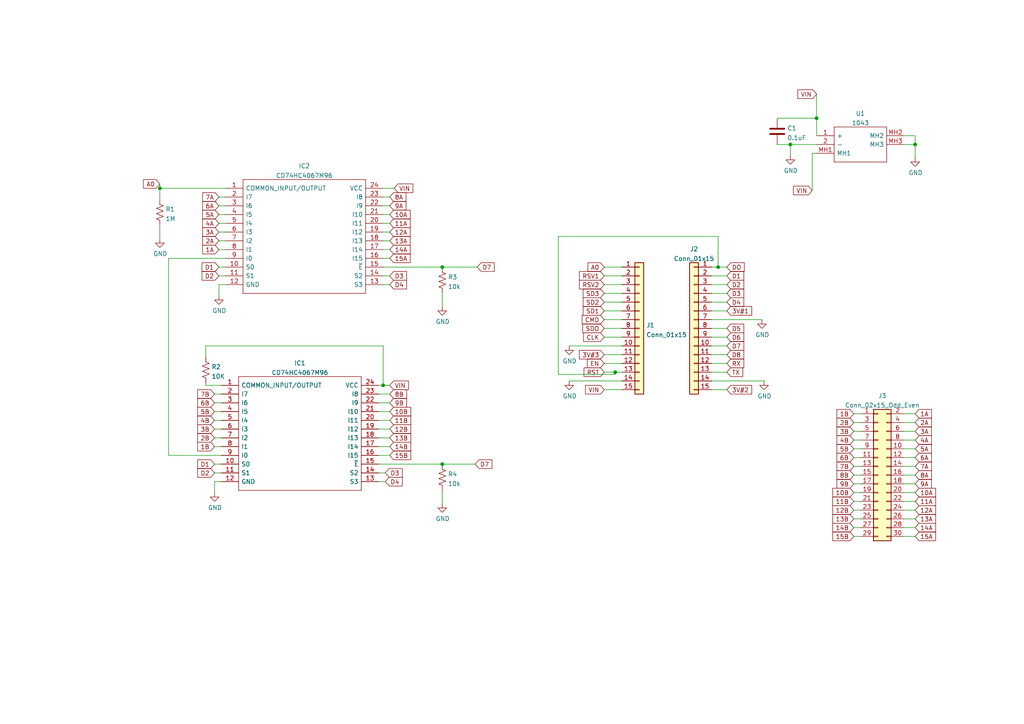
<source format=kicad_sch>
(kicad_sch (version 20211123) (generator eeschema)
  (paper "A4")
  (lib_symbols
    (symbol "Connector_Generic:Conn_01x15" (pin_names (offset 1.016) hide)
      (property "Reference" "J" (at 0 20.32 0))
      (property "Value" "Conn_01x15" (at 0 -20.32 0))
      (symbol "Conn_01x15_1_1"
        (rectangle (start -1.27 -17.653) (end 0 -17.907) (stroke (width 0.1524)))
        (rectangle (start -1.27 -15.113) (end 0 -15.367) (stroke (width 0.1524)))
        (rectangle (start -1.27 -12.573) (end 0 -12.827) (stroke (width 0.1524)))
        (rectangle (start -1.27 -10.033) (end 0 -10.287) (stroke (width 0.1524)))
        (rectangle (start -1.27 -7.493) (end 0 -7.747) (stroke (width 0.1524)))
        (rectangle (start -1.27 -4.953) (end 0 -5.207) (stroke (width 0.1524)))
        (rectangle (start -1.27 -2.413) (end 0 -2.667) (stroke (width 0.1524)))
        (rectangle (start -1.27 0.127) (end 0 -0.127) (stroke (width 0.1524)))
        (rectangle (start -1.27 2.667) (end 0 2.413) (stroke (width 0.1524)))
        (rectangle (start -1.27 5.207) (end 0 4.953) (stroke (width 0.1524)))
        (rectangle (start -1.27 7.747) (end 0 7.493) (stroke (width 0.1524)))
        (rectangle (start -1.27 10.287) (end 0 10.033) (stroke (width 0.1524)))
        (rectangle (start -1.27 12.827) (end 0 12.573) (stroke (width 0.1524)))
        (rectangle (start -1.27 15.367) (end 0 15.113) (stroke (width 0.1524)))
        (rectangle (start -1.27 17.907) (end 0 17.653) (stroke (width 0.1524)))
        (rectangle (start -1.27 19.05) (end 1.27 -19.05) (stroke (width 0.254)) (fill (type background)))
        (pin passive line (at -5.08 17.78 0) (length 3.81) (name "Pin_1") (number "1"))
        (pin passive line (at -5.08 -5.08 0) (length 3.81) (name "Pin_10") (number "10"))
        (pin passive line (at -5.08 -7.62 0) (length 3.81) (name "Pin_11") (number "11"))
        (pin passive line (at -5.08 -10.16 0) (length 3.81) (name "Pin_12") (number "12"))
        (pin passive line (at -5.08 -12.7 0) (length 3.81) (name "Pin_13") (number "13"))
        (pin passive line (at -5.08 -15.24 0) (length 3.81) (name "Pin_14") (number "14"))
        (pin passive line (at -5.08 -17.78 0) (length 3.81) (name "Pin_15") (number "15"))
        (pin passive line (at -5.08 15.24 0) (length 3.81) (name "Pin_2") (number "2"))
        (pin passive line (at -5.08 12.7 0) (length 3.81) (name "Pin_3") (number "3"))
        (pin passive line (at -5.08 10.16 0) (length 3.81) (name "Pin_4") (number "4"))
        (pin passive line (at -5.08 7.62 0) (length 3.81) (name "Pin_5") (number "5"))
        (pin passive line (at -5.08 5.08 0) (length 3.81) (name "Pin_6") (number "6"))
        (pin passive line (at -5.08 2.54 0) (length 3.81) (name "Pin_7") (number "7"))
        (pin passive line (at -5.08 0 0) (length 3.81) (name "Pin_8") (number "8"))
        (pin passive line (at -5.08 -2.54 0) (length 3.81) (name "Pin_9") (number "9"))
      )
    )
    (symbol "Connector_Generic:Conn_02x15_Odd_Even" (pin_names (offset 1.016) hide)
      (property "Reference" "J" (at 1.27 20.32 0))
      (property "Value" "Conn_02x15_Odd_Even" (at 1.27 -20.32 0))
      (symbol "Conn_02x15_Odd_Even_1_1"
        (rectangle (start -1.27 -17.653) (end 0 -17.907) (stroke (width 0.1524)))
        (rectangle (start -1.27 -15.113) (end 0 -15.367) (stroke (width 0.1524)))
        (rectangle (start -1.27 -12.573) (end 0 -12.827) (stroke (width 0.1524)))
        (rectangle (start -1.27 -10.033) (end 0 -10.287) (stroke (width 0.1524)))
        (rectangle (start -1.27 -7.493) (end 0 -7.747) (stroke (width 0.1524)))
        (rectangle (start -1.27 -4.953) (end 0 -5.207) (stroke (width 0.1524)))
        (rectangle (start -1.27 -2.413) (end 0 -2.667) (stroke (width 0.1524)))
        (rectangle (start -1.27 0.127) (end 0 -0.127) (stroke (width 0.1524)))
        (rectangle (start -1.27 2.667) (end 0 2.413) (stroke (width 0.1524)))
        (rectangle (start -1.27 5.207) (end 0 4.953) (stroke (width 0.1524)))
        (rectangle (start -1.27 7.747) (end 0 7.493) (stroke (width 0.1524)))
        (rectangle (start -1.27 10.287) (end 0 10.033) (stroke (width 0.1524)))
        (rectangle (start -1.27 12.827) (end 0 12.573) (stroke (width 0.1524)))
        (rectangle (start -1.27 15.367) (end 0 15.113) (stroke (width 0.1524)))
        (rectangle (start -1.27 17.907) (end 0 17.653) (stroke (width 0.1524)))
        (rectangle (start -1.27 19.05) (end 3.81 -19.05) (stroke (width 0.254)) (fill (type background)))
        (rectangle (start 3.81 -17.653) (end 2.54 -17.907) (stroke (width 0.1524)))
        (rectangle (start 3.81 -15.113) (end 2.54 -15.367) (stroke (width 0.1524)))
        (rectangle (start 3.81 -12.573) (end 2.54 -12.827) (stroke (width 0.1524)))
        (rectangle (start 3.81 -10.033) (end 2.54 -10.287) (stroke (width 0.1524)))
        (rectangle (start 3.81 -7.493) (end 2.54 -7.747) (stroke (width 0.1524)))
        (rectangle (start 3.81 -4.953) (end 2.54 -5.207) (stroke (width 0.1524)))
        (rectangle (start 3.81 -2.413) (end 2.54 -2.667) (stroke (width 0.1524)))
        (rectangle (start 3.81 0.127) (end 2.54 -0.127) (stroke (width 0.1524)))
        (rectangle (start 3.81 2.667) (end 2.54 2.413) (stroke (width 0.1524)))
        (rectangle (start 3.81 5.207) (end 2.54 4.953) (stroke (width 0.1524)))
        (rectangle (start 3.81 7.747) (end 2.54 7.493) (stroke (width 0.1524)))
        (rectangle (start 3.81 10.287) (end 2.54 10.033) (stroke (width 0.1524)))
        (rectangle (start 3.81 12.827) (end 2.54 12.573) (stroke (width 0.1524)))
        (rectangle (start 3.81 15.367) (end 2.54 15.113) (stroke (width 0.1524)))
        (rectangle (start 3.81 17.907) (end 2.54 17.653) (stroke (width 0.1524)))
        (pin passive line (at -5.08 17.78 0) (length 3.81) (name "Pin_1") (number "1"))
        (pin passive line (at 7.62 7.62 180) (length 3.81) (name "Pin_10") (number "10"))
        (pin passive line (at -5.08 5.08 0) (length 3.81) (name "Pin_11") (number "11"))
        (pin passive line (at 7.62 5.08 180) (length 3.81) (name "Pin_12") (number "12"))
        (pin passive line (at -5.08 2.54 0) (length 3.81) (name "Pin_13") (number "13"))
        (pin passive line (at 7.62 2.54 180) (length 3.81) (name "Pin_14") (number "14"))
        (pin passive line (at -5.08 0 0) (length 3.81) (name "Pin_15") (number "15"))
        (pin passive line (at 7.62 0 180) (length 3.81) (name "Pin_16") (number "16"))
        (pin passive line (at -5.08 -2.54 0) (length 3.81) (name "Pin_17") (number "17"))
        (pin passive line (at 7.62 -2.54 180) (length 3.81) (name "Pin_18") (number "18"))
        (pin passive line (at -5.08 -5.08 0) (length 3.81) (name "Pin_19") (number "19"))
        (pin passive line (at 7.62 17.78 180) (length 3.81) (name "Pin_2") (number "2"))
        (pin passive line (at 7.62 -5.08 180) (length 3.81) (name "Pin_20") (number "20"))
        (pin passive line (at -5.08 -7.62 0) (length 3.81) (name "Pin_21") (number "21"))
        (pin passive line (at 7.62 -7.62 180) (length 3.81) (name "Pin_22") (number "22"))
        (pin passive line (at -5.08 -10.16 0) (length 3.81) (name "Pin_23") (number "23"))
        (pin passive line (at 7.62 -10.16 180) (length 3.81) (name "Pin_24") (number "24"))
        (pin passive line (at -5.08 -12.7 0) (length 3.81) (name "Pin_25") (number "25"))
        (pin passive line (at 7.62 -12.7 180) (length 3.81) (name "Pin_26") (number "26"))
        (pin passive line (at -5.08 -15.24 0) (length 3.81) (name "Pin_27") (number "27"))
        (pin passive line (at 7.62 -15.24 180) (length 3.81) (name "Pin_28") (number "28"))
        (pin passive line (at -5.08 -17.78 0) (length 3.81) (name "Pin_29") (number "29"))
        (pin passive line (at -5.08 15.24 0) (length 3.81) (name "Pin_3") (number "3"))
        (pin passive line (at 7.62 -17.78 180) (length 3.81) (name "Pin_30") (number "30"))
        (pin passive line (at 7.62 15.24 180) (length 3.81) (name "Pin_4") (number "4"))
        (pin passive line (at -5.08 12.7 0) (length 3.81) (name "Pin_5") (number "5"))
        (pin passive line (at 7.62 12.7 180) (length 3.81) (name "Pin_6") (number "6"))
        (pin passive line (at -5.08 10.16 0) (length 3.81) (name "Pin_7") (number "7"))
        (pin passive line (at 7.62 10.16 180) (length 3.81) (name "Pin_8") (number "8"))
        (pin passive line (at -5.08 7.62 0) (length 3.81) (name "Pin_9") (number "9"))
      )
    )
    (symbol "Device:C" (pin_numbers hide) (pin_names (offset 0.254))
      (property "Reference" "C" (at 0.635 2.54 0))
      (property "Value" "C" (at 0.635 -2.54 0))
      (symbol "C_0_1"
        (polyline (pts (xy -2.032 -0.762) (xy 2.032 -0.762)) (stroke (width 0.508)))
        (polyline (pts (xy -2.032 0.762) (xy 2.032 0.762)) (stroke (width 0.508)))
      )
      (symbol "C_1_1"
        (pin passive line (at 0 3.81 270) (length 2.794) (name "~") (number "1"))
        (pin passive line (at 0 -3.81 90) (length 2.794) (name "~") (number "2"))
      )
    )
    (symbol "Device:R_US" (pin_numbers hide) (pin_names (offset 0))
      (property "Reference" "R" (at 2.54 0 90))
      (property "Value" "R_US" (at -2.54 0 90))
      (symbol "R_US_0_1"
        (polyline (pts (xy 0 -2.286) (xy 0 -2.54)))
        (polyline (pts (xy 0 2.286) (xy 0 2.54)))
        (polyline (pts (xy 0 -0.762) (xy 1.016 -1.143) (xy 0 -1.524) (xy -1.016 -1.905) (xy 0 -2.286)))
        (polyline (pts (xy 0 0.762) (xy 1.016 0.381) (xy 0 0) (xy -1.016 -0.381) (xy 0 -0.762)))
        (polyline (pts (xy 0 2.286) (xy 1.016 1.905) (xy 0 1.524) (xy -1.016 1.143) (xy 0 0.762)))
      )
      (symbol "R_US_1_1"
        (pin passive line (at 0 3.81 270) (length 1.27) (name "~") (number "1"))
        (pin passive line (at 0 -3.81 90) (length 1.27) (name "~") (number "2"))
      )
    )
    (symbol "Samac_Sys:1043" (pin_names (offset 0.762))
      (property "Reference" "U" (at 21.59 7.62 0))
      (property "Value" "1043" (at 21.59 5.08 0))
      (symbol "1043_0_0"
        (pin passive line (at 0 0 0) (length 5.08) (name "+") (number "1"))
        (pin passive line (at 0 -2.54 0) (length 5.08) (name "-") (number "2"))
        (pin passive line (at 0 -5.08 0) (length 5.08) (name "MH1") (number "MH1"))
        (pin passive line (at 25.4 0 180) (length 5.08) (name "MH2") (number "MH2"))
        (pin passive line (at 25.4 -2.54 180) (length 5.08) (name "MH3") (number "MH3"))
      )
      (symbol "1043_0_1"
        (polyline (pts (xy 5.08 2.54) (xy 20.32 2.54) (xy 20.32 -7.62) (xy 5.08 -7.62) (xy 5.08 2.54)) (stroke (width 0.1524)))
      )
    )
    (symbol "Samac_Sys:CD74HC4067M96" (pin_names (offset 0.762))
      (property "Reference" "IC" (at 41.91 7.62 0))
      (property "Value" "CD74HC4067M96" (at 41.91 5.08 0))
      (symbol "CD74HC4067M96_0_0"
        (pin passive line (at 0 0 0) (length 5.08) (name "COMMON_INPUT/OUTPUT") (number "1"))
        (pin passive line (at 0 -22.86 0) (length 5.08) (name "S0") (number "10"))
        (pin passive line (at 0 -25.4 0) (length 5.08) (name "S1") (number "11"))
        (pin passive line (at 0 -27.94 0) (length 5.08) (name "GND") (number "12"))
        (pin passive line (at 45.72 -27.94 180) (length 5.08) (name "S3") (number "13"))
        (pin passive line (at 45.72 -25.4 180) (length 5.08) (name "S2") (number "14"))
        (pin passive line (at 45.72 -22.86 180) (length 5.08) (name "~{E}") (number "15"))
        (pin passive line (at 45.72 -20.32 180) (length 5.08) (name "I15") (number "16"))
        (pin passive line (at 45.72 -17.78 180) (length 5.08) (name "I14") (number "17"))
        (pin passive line (at 45.72 -15.24 180) (length 5.08) (name "I13") (number "18"))
        (pin passive line (at 45.72 -12.7 180) (length 5.08) (name "I12") (number "19"))
        (pin passive line (at 0 -2.54 0) (length 5.08) (name "I7") (number "2"))
        (pin passive line (at 45.72 -10.16 180) (length 5.08) (name "I11") (number "20"))
        (pin passive line (at 45.72 -7.62 180) (length 5.08) (name "I10") (number "21"))
        (pin passive line (at 45.72 -5.08 180) (length 5.08) (name "I9") (number "22"))
        (pin passive line (at 45.72 -2.54 180) (length 5.08) (name "I8") (number "23"))
        (pin passive line (at 45.72 0 180) (length 5.08) (name "VCC") (number "24"))
        (pin passive line (at 0 -5.08 0) (length 5.08) (name "I6") (number "3"))
        (pin passive line (at 0 -7.62 0) (length 5.08) (name "I5") (number "4"))
        (pin passive line (at 0 -10.16 0) (length 5.08) (name "I4") (number "5"))
        (pin passive line (at 0 -12.7 0) (length 5.08) (name "I3") (number "6"))
        (pin passive line (at 0 -15.24 0) (length 5.08) (name "I2") (number "7"))
        (pin passive line (at 0 -17.78 0) (length 5.08) (name "I1") (number "8"))
        (pin passive line (at 0 -20.32 0) (length 5.08) (name "I0") (number "9"))
      )
      (symbol "CD74HC4067M96_0_1"
        (polyline (pts (xy 5.08 2.54) (xy 40.64 2.54) (xy 40.64 -30.48) (xy 5.08 -30.48) (xy 5.08 2.54)) (stroke (width 0.1524)))
      )
    )
    (symbol "power:GND" (power) (pin_names (offset 0))
      (property "Value" "GND" (at 0 -3.81 0))
      (symbol "GND_0_1"
        (polyline (pts (xy 0 0) (xy 0 -1.27) (xy 1.27 -1.27) (xy 0 -2.54) (xy -1.27 -1.27) (xy 0 -1.27)))
      )
      (symbol "GND_1_1"
        (pin power_in line (at 0 0 270) (length 0) hide (name "GND") (number "1"))
      )
    )
  )
  (junction (at 178.435 107.95))
  (junction (at 236.855 34.29))
  (junction (at 128.27 134.62))
  (junction (at 265.43 41.91))
  (junction (at 128.27 77.47))
  (junction (at 229.235 41.91))
  (junction (at 111.125 111.76))
  (junction (at 46.355 54.61))
  (junction (at 208.28 77.47))
  (wire (pts (xy 247.65 147.955) (xy 249.555 147.955)))
  (wire (pts (xy 109.855 114.3) (xy 113.03 114.3)))
  (wire (pts (xy 109.855 127) (xy 113.03 127)))
  (wire (pts (xy 206.375 77.47) (xy 208.28 77.47)))
  (wire (pts (xy 62.23 134.62) (xy 64.135 134.62)))
  (wire (pts (xy 208.28 68.58) (xy 161.925 68.58)))
  (wire (pts (xy 63.5 57.15) (xy 65.405 57.15)))
  (wire (pts (xy 247.65 142.875) (xy 249.555 142.875)))
  (wire (pts (xy 262.255 125.095) (xy 265.43 125.095)))
  (wire (pts (xy 109.855 111.76) (xy 111.125 111.76)))
  (wire (pts (xy 247.65 127.635) (xy 249.555 127.635)))
  (wire (pts (xy 111.125 69.85) (xy 113.03 69.85)))
  (wire (pts (xy 48.895 132.08) (xy 48.895 74.93)))
  (wire (pts (xy 175.26 97.79) (xy 180.34 97.79)))
  (wire (pts (xy 178.435 108.585) (xy 178.435 107.95)))
  (wire (pts (xy 206.375 95.25) (xy 210.82 95.25)))
  (wire (pts (xy 206.375 87.63) (xy 210.82 87.63)))
  (wire (pts (xy 63.5 80.01) (xy 65.405 80.01)))
  (wire (pts (xy 111.125 72.39) (xy 113.03 72.39)))
  (wire (pts (xy 247.65 122.555) (xy 249.555 122.555)))
  (wire (pts (xy 262.255 122.555) (xy 265.43 122.555)))
  (wire (pts (xy 175.26 102.87) (xy 180.34 102.87)))
  (wire (pts (xy 59.69 111.76) (xy 59.69 111.125)))
  (wire (pts (xy 46.355 53.34) (xy 46.355 54.61)))
  (wire (pts (xy 128.27 134.62) (xy 137.795 134.62)))
  (wire (pts (xy 247.65 125.095) (xy 249.555 125.095)))
  (wire (pts (xy 63.5 77.47) (xy 65.405 77.47)))
  (wire (pts (xy 62.23 137.16) (xy 64.135 137.16)))
  (wire (pts (xy 262.255 130.175) (xy 265.43 130.175)))
  (wire (pts (xy 206.375 100.33) (xy 210.82 100.33)))
  (wire (pts (xy 175.26 82.55) (xy 180.34 82.55)))
  (wire (pts (xy 109.855 129.54) (xy 113.03 129.54)))
  (wire (pts (xy 111.125 111.76) (xy 113.03 111.76)))
  (wire (pts (xy 175.26 90.17) (xy 180.34 90.17)))
  (wire (pts (xy 64.135 132.08) (xy 48.895 132.08)))
  (wire (pts (xy 128.27 77.47) (xy 138.43 77.47)))
  (wire (pts (xy 247.65 137.795) (xy 249.555 137.795)))
  (wire (pts (xy 63.5 72.39) (xy 65.405 72.39)))
  (wire (pts (xy 262.255 150.495) (xy 265.43 150.495)))
  (wire (pts (xy 206.375 102.87) (xy 210.82 102.87)))
  (wire (pts (xy 111.125 59.69) (xy 113.03 59.69)))
  (wire (pts (xy 62.23 124.46) (xy 64.135 124.46)))
  (wire (pts (xy 109.855 139.7) (xy 111.76 139.7)))
  (wire (pts (xy 63.5 67.31) (xy 65.405 67.31)))
  (wire (pts (xy 262.255 155.575) (xy 265.43 155.575)))
  (wire (pts (xy 175.26 105.41) (xy 180.34 105.41)))
  (wire (pts (xy 206.375 92.71) (xy 220.98 92.71)))
  (wire (pts (xy 62.23 142.875) (xy 62.23 139.7)))
  (wire (pts (xy 109.855 116.84) (xy 113.03 116.84)))
  (wire (pts (xy 247.65 155.575) (xy 249.555 155.575)))
  (wire (pts (xy 63.5 69.85) (xy 65.405 69.85)))
  (wire (pts (xy 265.43 41.91) (xy 265.43 45.72)))
  (wire (pts (xy 262.255 39.37) (xy 265.43 39.37)))
  (wire (pts (xy 111.125 64.77) (xy 113.03 64.77)))
  (wire (pts (xy 262.255 120.015) (xy 265.43 120.015)))
  (wire (pts (xy 111.125 82.55) (xy 113.03 82.55)))
  (wire (pts (xy 128.27 142.24) (xy 128.27 146.05)))
  (wire (pts (xy 236.855 34.29) (xy 236.855 39.37)))
  (wire (pts (xy 62.23 121.92) (xy 64.135 121.92)))
  (wire (pts (xy 265.43 39.37) (xy 265.43 41.91)))
  (wire (pts (xy 236.855 44.45) (xy 235.585 44.45)))
  (wire (pts (xy 262.255 132.715) (xy 265.43 132.715)))
  (wire (pts (xy 175.26 107.95) (xy 178.435 107.95)))
  (wire (pts (xy 62.23 114.3) (xy 64.135 114.3)))
  (wire (pts (xy 111.125 62.23) (xy 113.03 62.23)))
  (wire (pts (xy 161.925 68.58) (xy 161.925 108.585)))
  (wire (pts (xy 59.69 100.33) (xy 111.125 100.33)))
  (wire (pts (xy 62.23 127) (xy 64.135 127)))
  (wire (pts (xy 206.375 97.79) (xy 210.82 97.79)))
  (wire (pts (xy 62.23 119.38) (xy 64.135 119.38)))
  (wire (pts (xy 109.855 137.16) (xy 111.76 137.16)))
  (wire (pts (xy 247.65 150.495) (xy 249.555 150.495)))
  (wire (pts (xy 247.65 120.015) (xy 249.555 120.015)))
  (wire (pts (xy 229.235 41.91) (xy 229.235 45.085)))
  (wire (pts (xy 206.375 107.95) (xy 210.82 107.95)))
  (wire (pts (xy 175.26 80.01) (xy 180.34 80.01)))
  (wire (pts (xy 178.435 107.95) (xy 180.34 107.95)))
  (wire (pts (xy 247.65 130.175) (xy 249.555 130.175)))
  (wire (pts (xy 109.855 132.08) (xy 113.03 132.08)))
  (wire (pts (xy 63.5 85.725) (xy 63.5 82.55)))
  (wire (pts (xy 109.855 119.38) (xy 113.03 119.38)))
  (wire (pts (xy 109.855 124.46) (xy 113.03 124.46)))
  (wire (pts (xy 111.125 67.31) (xy 113.03 67.31)))
  (wire (pts (xy 247.65 145.415) (xy 249.555 145.415)))
  (wire (pts (xy 165.1 110.49) (xy 180.34 110.49)))
  (wire (pts (xy 111.125 57.15) (xy 113.03 57.15)))
  (wire (pts (xy 59.69 103.505) (xy 59.69 100.33)))
  (wire (pts (xy 175.26 113.03) (xy 180.34 113.03)))
  (wire (pts (xy 111.125 74.93) (xy 113.03 74.93)))
  (wire (pts (xy 247.65 140.335) (xy 249.555 140.335)))
  (wire (pts (xy 262.255 137.795) (xy 265.43 137.795)))
  (wire (pts (xy 175.26 87.63) (xy 180.34 87.63)))
  (wire (pts (xy 247.65 135.255) (xy 249.555 135.255)))
  (wire (pts (xy 63.5 59.69) (xy 65.405 59.69)))
  (wire (pts (xy 262.255 145.415) (xy 265.43 145.415)))
  (wire (pts (xy 225.425 34.29) (xy 236.855 34.29)))
  (wire (pts (xy 225.425 41.91) (xy 229.235 41.91)))
  (wire (pts (xy 46.355 65.405) (xy 46.355 69.215)))
  (wire (pts (xy 262.255 153.035) (xy 265.43 153.035)))
  (wire (pts (xy 48.895 74.93) (xy 65.405 74.93)))
  (wire (pts (xy 175.26 95.25) (xy 180.34 95.25)))
  (wire (pts (xy 206.375 82.55) (xy 210.82 82.55)))
  (wire (pts (xy 165.1 100.33) (xy 180.34 100.33)))
  (wire (pts (xy 175.26 92.71) (xy 180.34 92.71)))
  (wire (pts (xy 109.855 134.62) (xy 128.27 134.62)))
  (wire (pts (xy 111.125 80.01) (xy 113.03 80.01)))
  (wire (pts (xy 206.375 80.01) (xy 210.82 80.01)))
  (wire (pts (xy 206.375 113.03) (xy 210.82 113.03)))
  (wire (pts (xy 206.375 90.17) (xy 210.82 90.17)))
  (wire (pts (xy 206.375 105.41) (xy 210.82 105.41)))
  (wire (pts (xy 109.855 121.92) (xy 113.03 121.92)))
  (wire (pts (xy 208.28 77.47) (xy 208.28 68.58)))
  (wire (pts (xy 46.355 54.61) (xy 46.355 57.785)))
  (wire (pts (xy 208.28 77.47) (xy 210.82 77.47)))
  (wire (pts (xy 62.23 139.7) (xy 64.135 139.7)))
  (wire (pts (xy 262.255 41.91) (xy 265.43 41.91)))
  (wire (pts (xy 206.375 110.49) (xy 221.615 110.49)))
  (wire (pts (xy 262.255 142.875) (xy 265.43 142.875)))
  (wire (pts (xy 262.255 147.955) (xy 265.43 147.955)))
  (wire (pts (xy 235.585 44.45) (xy 235.585 55.245)))
  (wire (pts (xy 62.23 129.54) (xy 64.135 129.54)))
  (wire (pts (xy 111.125 54.61) (xy 114.3 54.61)))
  (wire (pts (xy 46.355 54.61) (xy 65.405 54.61)))
  (wire (pts (xy 247.65 153.035) (xy 249.555 153.035)))
  (wire (pts (xy 206.375 85.09) (xy 210.82 85.09)))
  (wire (pts (xy 236.855 41.91) (xy 229.235 41.91)))
  (wire (pts (xy 262.255 140.335) (xy 265.43 140.335)))
  (wire (pts (xy 63.5 82.55) (xy 65.405 82.55)))
  (wire (pts (xy 262.255 127.635) (xy 265.43 127.635)))
  (wire (pts (xy 175.26 85.09) (xy 180.34 85.09)))
  (wire (pts (xy 175.26 77.47) (xy 180.34 77.47)))
  (wire (pts (xy 262.255 135.255) (xy 265.43 135.255)))
  (wire (pts (xy 64.135 111.76) (xy 59.69 111.76)))
  (wire (pts (xy 111.125 100.33) (xy 111.125 111.76)))
  (wire (pts (xy 63.5 64.77) (xy 65.405 64.77)))
  (wire (pts (xy 247.65 132.715) (xy 249.555 132.715)))
  (wire (pts (xy 236.855 27.305) (xy 236.855 34.29)))
  (wire (pts (xy 111.125 77.47) (xy 128.27 77.47)))
  (wire (pts (xy 161.925 108.585) (xy 178.435 108.585)))
  (wire (pts (xy 62.23 116.84) (xy 64.135 116.84)))
  (wire (pts (xy 63.5 62.23) (xy 65.405 62.23)))
  (wire (pts (xy 128.27 85.09) (xy 128.27 88.9)))
  (global_label "SD3" (shape input) (at 175.26 85.09 180) (property "Intersheet References" "${INTERSHEET_REFS}" (effects hide)))
  (global_label "3V#3" (shape input) (at 175.26 102.87 180) (property "Intersheet References" "${INTERSHEET_REFS}" (effects hide)))
  (global_label "12B" (shape input) (at 247.65 147.955 180) (property "Intersheet References" "${INTERSHEET_REFS}" (effects hide)))
  (global_label "VIN" (shape input) (at 175.26 113.03 180) (property "Intersheet References" "${INTERSHEET_REFS}" (effects hide)))
  (global_label "8A" (shape input) (at 113.03 57.15 0) (property "Intersheet References" "${INTERSHEET_REFS}" (effects hide)))
  (global_label "RSV2" (shape input) (at 175.26 82.55 180) (property "Intersheet References" "${INTERSHEET_REFS}" (effects hide)))
  (global_label "3V#1" (shape input) (at 210.82 90.17 0) (property "Intersheet References" "${INTERSHEET_REFS}" (effects hide)))
  (global_label "DO" (shape input) (at 210.82 77.47 0) (property "Intersheet References" "${INTERSHEET_REFS}" (effects hide)))
  (global_label "D1" (shape input) (at 63.5 77.47 180) (property "Intersheet References" "${INTERSHEET_REFS}" (effects hide)))
  (global_label "1B" (shape input) (at 247.65 120.015 180) (property "Intersheet References" "${INTERSHEET_REFS}" (effects hide)))
  (global_label "SDO" (shape input) (at 175.26 95.25 180) (property "Intersheet References" "${INTERSHEET_REFS}" (effects hide)))
  (global_label "7A" (shape input) (at 63.5 57.15 180) (property "Intersheet References" "${INTERSHEET_REFS}" (effects hide)))
  (global_label "12A" (shape input) (at 265.43 147.955 0) (property "Intersheet References" "${INTERSHEET_REFS}" (effects hide)))
  (global_label "D3" (shape input) (at 111.76 137.16 0) (property "Intersheet References" "${INTERSHEET_REFS}" (effects hide)))
  (global_label "4A" (shape input) (at 63.5 64.77 180) (property "Intersheet References" "${INTERSHEET_REFS}" (effects hide)))
  (global_label "3A" (shape input) (at 265.43 125.095 0) (property "Intersheet References" "${INTERSHEET_REFS}" (effects hide)))
  (global_label "6B" (shape input) (at 62.23 116.84 180) (property "Intersheet References" "${INTERSHEET_REFS}" (effects hide)))
  (global_label "D7" (shape input) (at 138.43 77.47 0) (property "Intersheet References" "${INTERSHEET_REFS}" (effects hide)))
  (global_label "2B" (shape input) (at 62.23 127 180) (property "Intersheet References" "${INTERSHEET_REFS}" (effects hide)))
  (global_label "SD1" (shape input) (at 175.26 90.17 180) (property "Intersheet References" "${INTERSHEET_REFS}" (effects hide)))
  (global_label "2A" (shape input) (at 265.43 122.555 0) (property "Intersheet References" "${INTERSHEET_REFS}" (effects hide)))
  (global_label "D5" (shape input) (at 210.82 95.25 0) (property "Intersheet References" "${INTERSHEET_REFS}" (effects hide)))
  (global_label "D8" (shape input) (at 210.82 102.87 0) (property "Intersheet References" "${INTERSHEET_REFS}" (effects hide)))
  (global_label "5A" (shape input) (at 63.5 62.23 180) (property "Intersheet References" "${INTERSHEET_REFS}" (effects hide)))
  (global_label "15B" (shape input) (at 113.03 132.08 0) (property "Intersheet References" "${INTERSHEET_REFS}" (effects hide)))
  (global_label "12A" (shape input) (at 113.03 67.31 0) (property "Intersheet References" "${INTERSHEET_REFS}" (effects hide)))
  (global_label "10A" (shape input) (at 113.03 62.23 0) (property "Intersheet References" "${INTERSHEET_REFS}" (effects hide)))
  (global_label "D4" (shape input) (at 210.82 87.63 0) (property "Intersheet References" "${INTERSHEET_REFS}" (effects hide)))
  (global_label "1A" (shape input) (at 265.43 120.015 0) (property "Intersheet References" "${INTERSHEET_REFS}" (effects hide)))
  (global_label "15A" (shape input) (at 113.03 74.93 0) (property "Intersheet References" "${INTERSHEET_REFS}" (effects hide)))
  (global_label "D6" (shape input) (at 210.82 97.79 0) (property "Intersheet References" "${INTERSHEET_REFS}" (effects hide)))
  (global_label "RX" (shape input) (at 210.82 105.41 0) (property "Intersheet References" "${INTERSHEET_REFS}" (effects hide)))
  (global_label "8B" (shape input) (at 247.65 137.795 180) (property "Intersheet References" "${INTERSHEET_REFS}" (effects hide)))
  (global_label "VIN" (shape input) (at 235.585 55.245 180) (property "Intersheet References" "${INTERSHEET_REFS}" (effects hide)))
  (global_label "D4" (shape input) (at 111.76 139.7 0) (property "Intersheet References" "${INTERSHEET_REFS}" (effects hide)))
  (global_label "D1" (shape input) (at 62.23 134.62 180) (property "Intersheet References" "${INTERSHEET_REFS}" (effects hide)))
  (global_label "2B" (shape input) (at 247.65 122.555 180) (property "Intersheet References" "${INTERSHEET_REFS}" (effects hide)))
  (global_label "A0" (shape input) (at 175.26 77.47 180) (property "Intersheet References" "${INTERSHEET_REFS}" (effects hide)))
  (global_label "VIN" (shape input) (at 114.3 54.61 0) (property "Intersheet References" "${INTERSHEET_REFS}" (effects hide)))
  (global_label "14A" (shape input) (at 113.03 72.39 0) (property "Intersheet References" "${INTERSHEET_REFS}" (effects hide)))
  (global_label "8B" (shape input) (at 113.03 114.3 0) (property "Intersheet References" "${INTERSHEET_REFS}" (effects hide)))
  (global_label "6A" (shape input) (at 63.5 59.69 180) (property "Intersheet References" "${INTERSHEET_REFS}" (effects hide)))
  (global_label "TX" (shape input) (at 210.82 107.95 0) (property "Intersheet References" "${INTERSHEET_REFS}" (effects hide)))
  (global_label "4B" (shape input) (at 247.65 127.635 180) (property "Intersheet References" "${INTERSHEET_REFS}" (effects hide)))
  (global_label "RST" (shape input) (at 175.26 107.95 180) (property "Intersheet References" "${INTERSHEET_REFS}" (effects hide)))
  (global_label "SD2" (shape input) (at 175.26 87.63 180) (property "Intersheet References" "${INTERSHEET_REFS}" (effects hide)))
  (global_label "8A" (shape input) (at 265.43 137.795 0) (property "Intersheet References" "${INTERSHEET_REFS}" (effects hide)))
  (global_label "6B" (shape input) (at 247.65 132.715 180) (property "Intersheet References" "${INTERSHEET_REFS}" (effects hide)))
  (global_label "6A" (shape input) (at 265.43 132.715 0) (property "Intersheet References" "${INTERSHEET_REFS}" (effects hide)))
  (global_label "D2" (shape input) (at 63.5 80.01 180) (property "Intersheet References" "${INTERSHEET_REFS}" (effects hide)))
  (global_label "14B" (shape input) (at 247.65 153.035 180) (property "Intersheet References" "${INTERSHEET_REFS}" (effects hide)))
  (global_label "4B" (shape input) (at 62.23 121.92 180) (property "Intersheet References" "${INTERSHEET_REFS}" (effects hide)))
  (global_label "3V#2" (shape input) (at 210.82 113.03 0) (property "Intersheet References" "${INTERSHEET_REFS}" (effects hide)))
  (global_label "11A" (shape input) (at 265.43 145.415 0) (property "Intersheet References" "${INTERSHEET_REFS}" (effects hide)))
  (global_label "15B" (shape input) (at 247.65 155.575 180) (property "Intersheet References" "${INTERSHEET_REFS}" (effects hide)))
  (global_label "9B" (shape input) (at 113.03 116.84 0) (property "Intersheet References" "${INTERSHEET_REFS}" (effects hide)))
  (global_label "D2" (shape input) (at 62.23 137.16 180) (property "Intersheet References" "${INTERSHEET_REFS}" (effects hide)))
  (global_label "10B" (shape input) (at 247.65 142.875 180) (property "Intersheet References" "${INTERSHEET_REFS}" (effects hide)))
  (global_label "10A" (shape input) (at 265.43 142.875 0) (property "Intersheet References" "${INTERSHEET_REFS}" (effects hide)))
  (global_label "EN" (shape input) (at 175.26 105.41 180) (property "Intersheet References" "${INTERSHEET_REFS}" (effects hide)))
  (global_label "D7" (shape input) (at 137.795 134.62 0) (property "Intersheet References" "${INTERSHEET_REFS}" (effects hide)))
  (global_label "13B" (shape input) (at 113.03 127 0) (property "Intersheet References" "${INTERSHEET_REFS}" (effects hide)))
  (global_label "D3" (shape input) (at 210.82 85.09 0) (property "Intersheet References" "${INTERSHEET_REFS}" (effects hide)))
  (global_label "10B" (shape input) (at 113.03 119.38 0) (property "Intersheet References" "${INTERSHEET_REFS}" (effects hide)))
  (global_label "7B" (shape input) (at 62.23 114.3 180) (property "Intersheet References" "${INTERSHEET_REFS}" (effects hide)))
  (global_label "D1" (shape input) (at 210.82 80.01 0) (property "Intersheet References" "${INTERSHEET_REFS}" (effects hide)))
  (global_label "7B" (shape input) (at 247.65 135.255 180) (property "Intersheet References" "${INTERSHEET_REFS}" (effects hide)))
  (global_label "13A" (shape input) (at 265.43 150.495 0) (property "Intersheet References" "${INTERSHEET_REFS}" (effects hide)))
  (global_label "4A" (shape input) (at 265.43 127.635 0) (property "Intersheet References" "${INTERSHEET_REFS}" (effects hide)))
  (global_label "1A" (shape input) (at 63.5 72.39 180) (property "Intersheet References" "${INTERSHEET_REFS}" (effects hide)))
  (global_label "11B" (shape input) (at 113.03 121.92 0) (property "Intersheet References" "${INTERSHEET_REFS}" (effects hide)))
  (global_label "VIN" (shape input) (at 236.855 27.305 180) (property "Intersheet References" "${INTERSHEET_REFS}" (effects hide)))
  (global_label "13A" (shape input) (at 113.03 69.85 0) (property "Intersheet References" "${INTERSHEET_REFS}" (effects hide)))
  (global_label "D4" (shape input) (at 113.03 82.55 0) (property "Intersheet References" "${INTERSHEET_REFS}" (effects hide)))
  (global_label "9A" (shape input) (at 113.03 59.69 0) (property "Intersheet References" "${INTERSHEET_REFS}" (effects hide)))
  (global_label "11A" (shape input) (at 113.03 64.77 0) (property "Intersheet References" "${INTERSHEET_REFS}" (effects hide)))
  (global_label "14B" (shape input) (at 113.03 129.54 0) (property "Intersheet References" "${INTERSHEET_REFS}" (effects hide)))
  (global_label "D7" (shape input) (at 210.82 100.33 0) (property "Intersheet References" "${INTERSHEET_REFS}" (effects hide)))
  (global_label "15A" (shape input) (at 265.43 155.575 0) (property "Intersheet References" "${INTERSHEET_REFS}" (effects hide)))
  (global_label "CMD" (shape input) (at 175.26 92.71 180) (property "Intersheet References" "${INTERSHEET_REFS}" (effects hide)))
  (global_label "14A" (shape input) (at 265.43 153.035 0) (property "Intersheet References" "${INTERSHEET_REFS}" (effects hide)))
  (global_label "2A" (shape input) (at 63.5 69.85 180) (property "Intersheet References" "${INTERSHEET_REFS}" (effects hide)))
  (global_label "12B" (shape input) (at 113.03 124.46 0) (property "Intersheet References" "${INTERSHEET_REFS}" (effects hide)))
  (global_label "D2" (shape input) (at 210.82 82.55 0) (property "Intersheet References" "${INTERSHEET_REFS}" (effects hide)))
  (global_label "A0" (shape input) (at 46.355 53.34 180) (property "Intersheet References" "${INTERSHEET_REFS}" (effects hide)))
  (global_label "3B" (shape input) (at 247.65 125.095 180) (property "Intersheet References" "${INTERSHEET_REFS}" (effects hide)))
  (global_label "RSV1" (shape input) (at 175.26 80.01 180) (property "Intersheet References" "${INTERSHEET_REFS}" (effects hide)))
  (global_label "11B" (shape input) (at 247.65 145.415 180) (property "Intersheet References" "${INTERSHEET_REFS}" (effects hide)))
  (global_label "13B" (shape input) (at 247.65 150.495 180) (property "Intersheet References" "${INTERSHEET_REFS}" (effects hide)))
  (global_label "3B" (shape input) (at 62.23 124.46 180) (property "Intersheet References" "${INTERSHEET_REFS}" (effects hide)))
  (global_label "5A" (shape input) (at 265.43 130.175 0) (property "Intersheet References" "${INTERSHEET_REFS}" (effects hide)))
  (global_label "VIN" (shape input) (at 113.03 111.76 0) (property "Intersheet References" "${INTERSHEET_REFS}" (effects hide)))
  (global_label "D3" (shape input) (at 113.03 80.01 0) (property "Intersheet References" "${INTERSHEET_REFS}" (effects hide)))
  (global_label "7A" (shape input) (at 265.43 135.255 0) (property "Intersheet References" "${INTERSHEET_REFS}" (effects hide)))
  (global_label "5B" (shape input) (at 247.65 130.175 180) (property "Intersheet References" "${INTERSHEET_REFS}" (effects hide)))
  (global_label "9A" (shape input) (at 265.43 140.335 0) (property "Intersheet References" "${INTERSHEET_REFS}" (effects hide)))
  (global_label "CLK" (shape input) (at 175.26 97.79 180) (property "Intersheet References" "${INTERSHEET_REFS}" (effects hide)))
  (global_label "9B" (shape input) (at 247.65 140.335 180) (property "Intersheet References" "${INTERSHEET_REFS}" (effects hide)))
  (global_label "3A" (shape input) (at 63.5 67.31 180) (property "Intersheet References" "${INTERSHEET_REFS}" (effects hide)))
  (global_label "5B" (shape input) (at 62.23 119.38 180) (property "Intersheet References" "${INTERSHEET_REFS}" (effects hide)))
  (global_label "1B" (shape input) (at 62.23 129.54 180) (property "Intersheet References" "${INTERSHEET_REFS}" (effects hide)))
  (symbol (lib_id "power:GND") (at 62.23 142.875 0) (unit 1)
    (property "Reference" "#PWR02" (effects hide))
    (property "Value" "GND" (at 62.357 147.2692 0))
  )
  (symbol (lib_id "power:GND") (at 46.355 69.215 0) (unit 1)
    (property "Reference" "#PWR01" (effects hide))
    (property "Value" "GND" (at 46.482 73.6092 0))
  )
  (symbol (lib_id "power:GND") (at 128.27 146.05 0) (unit 1)
    (property "Reference" "#PWR05" (effects hide))
    (property "Value" "GND" (at 128.397 150.4442 0))
  )
  (symbol (lib_id "Connector_Generic:Conn_01x15") (at 201.295 95.25 0) (mirror y) (unit 1)
    (property "Reference" "J2" (at 201.295 72.2335 0))
    (property "Value" "Conn_01x15" (at 201.295 75.0086 0))
    (property "Footprint" "Connector_PinHeader_2.54mm:PinHeader_1x15_P2.54mm_Vertical" (effects hide))
  )
  (symbol (lib_id "Samac_Sys:CD74HC4067M96") (at 65.405 54.61 0) (unit 1)
    (property "Reference" "IC2" (at 88.265 48.1543 0))
    (property "Value" "CD74HC4067M96" (at 88.265 50.9294 0))
    (property "Footprint" "SamacSys_Parts:SOIC127P1030X265-24N" (effects hide))
    (property "Datasheet" "http://www.ti.com/lit/gpn/cd74hc4067" (effects hide))
    (property "Description" "High Speed CMOS 16-Channel Analog Multiplexer/Demultiplexer" (effects hide))
    (property "Height" "2.65" (effects hide))
    (property "Mouser Part Number" "595-CD74HC4067M96" (effects hide))
    (property "Mouser Price/Stock" "https://www.mouser.co.uk/ProductDetail/Texas-Instruments/CD74HC4067M96?qs=xFfolx0DHx0XT7d9xTTZBA%3D%3D" (effects hide))
    (property "Manufacturer_Name" "Texas Instruments" (effects hide))
    (property "Manufacturer_Part_Number" "CD74HC4067M96" (effects hide))
  )
  (symbol (lib_id "power:GND") (at 128.27 88.9 0) (unit 1)
    (property "Reference" "#PWR04" (effects hide))
    (property "Value" "GND" (at 128.397 93.2942 0))
  )
  (symbol (lib_id "power:GND") (at 165.1 110.49 0) (unit 1)
    (property "Reference" "#PWR07" (effects hide))
    (property "Value" "GND" (at 165.227 114.8842 0))
  )
  (symbol (lib_id "Samac_Sys:1043") (at 236.855 39.37 0) (unit 1)
    (property "Reference" "U1" (at 249.555 32.9143 0))
    (property "Value" "1043" (at 249.555 35.6894 0))
    (property "Footprint" "SamacSys_Parts:1043" (effects hide))
    (property "Datasheet" "http://www.keyelco.com/product-pdf.cfm?p=919" (effects hide))
    (property "Description" "KEYSTONE - 1043 - BATTERY HOLDER, 18650, TH" (effects hide))
    (property "Height" "14.86" (effects hide))
    (property "Mouser Part Number" "534-1043" (effects hide))
    (property "Mouser Price/Stock" "https://www.mouser.co.uk/ProductDetail/Keystone-Electronics/1043?qs=%2F7TOpeL5Mz6j%2FnxeOA1rsg%3D%3D" (effects hide))
    (property "Manufacturer_Name" "Keystone Electronics" (effects hide))
    (property "Manufacturer_Part_Number" "1043" (effects hide))
  )
  (symbol (lib_id "Device:R_US") (at 128.27 138.43 0) (unit 1)
    (property "Reference" "R4" (at 129.921 137.5215 0) (effects (justify left)))
    (property "Value" "10k" (at 129.921 140.2966 0) (effects (justify left)))
    (property "Footprint" "Resistor_THT:R_Axial_DIN0207_L6.3mm_D2.5mm_P2.54mm_Vertical" (effects hide))
  )
  (symbol (lib_id "power:GND") (at 265.43 45.72 0) (unit 1)
    (property "Reference" "#PWR?" (effects hide))
    (property "Value" "GND" (at 265.557 50.1142 0))
  )
  (symbol (lib_id "power:GND") (at 221.615 110.49 0) (unit 1)
    (property "Reference" "#PWR09" (effects hide))
    (property "Value" "GND" (at 221.742 114.8842 0))
  )
  (symbol (lib_id "Device:R_US") (at 59.69 107.315 0) (unit 1)
    (property "Reference" "R2" (at 61.341 106.4065 0) (effects (justify left)))
    (property "Value" "10K" (at 61.341 109.1816 0) (effects (justify left)))
    (property "Footprint" "Resistor_THT:R_Axial_DIN0207_L6.3mm_D2.5mm_P2.54mm_Vertical" (effects hide))
  )
  (symbol (lib_id "power:GND") (at 229.235 45.085 0) (unit 1)
    (property "Reference" "#PWR0101" (effects hide))
    (property "Value" "GND" (at 229.362 49.4792 0))
  )
  (symbol (lib_id "Connector_Generic:Conn_01x15") (at 185.42 95.25 0) (unit 1)
    (property "Reference" "J1" (at 187.452 94.3415 0) (effects (justify left)))
    (property "Value" "Conn_01x15" (at 187.452 97.1166 0) (effects (justify left)))
    (property "Footprint" "Connector_PinHeader_2.54mm:PinHeader_1x15_P2.54mm_Vertical" (effects hide))
  )
  (symbol (lib_id "power:GND") (at 63.5 85.725 0) (unit 1)
    (property "Reference" "#PWR03" (effects hide))
    (property "Value" "GND" (at 63.627 90.1192 0))
  )
  (symbol (lib_id "power:GND") (at 165.1 100.33 0) (unit 1)
    (property "Reference" "#PWR06" (effects hide))
    (property "Value" "GND" (at 165.227 104.7242 0))
  )
  (symbol (lib_id "Device:R_US") (at 128.27 81.28 0) (unit 1)
    (property "Reference" "R3" (at 129.921 80.3715 0) (effects (justify left)))
    (property "Value" "10k" (at 129.921 83.1466 0) (effects (justify left)))
    (property "Footprint" "Resistor_THT:R_Axial_DIN0207_L6.3mm_D2.5mm_P2.54mm_Vertical" (effects hide))
  )
  (symbol (lib_id "Connector_Generic:Conn_02x15_Odd_Even") (at 254.635 137.795 0) (unit 1)
    (property "Reference" "J3" (at 255.905 114.7785 0))
    (property "Value" "Conn_02x15_Odd_Even" (at 255.905 117.5536 0))
    (property "Footprint" "Connector_PinSocket_2.54mm:PinSocket_2x15_P2.54mm_Horizontal" (effects hide))
  )
  (symbol (lib_id "power:GND") (at 220.98 92.71 0) (unit 1)
    (property "Reference" "#PWR08" (effects hide))
    (property "Value" "GND" (at 221.107 97.1042 0))
  )
  (symbol (lib_id "Device:R_US") (at 46.355 61.595 0) (unit 1)
    (property "Reference" "R1" (at 48.006 60.6865 0) (effects (justify left)))
    (property "Value" "1M" (at 48.006 63.4616 0) (effects (justify left)))
    (property "Footprint" "Resistor_THT:R_Axial_DIN0207_L6.3mm_D2.5mm_P2.54mm_Vertical" (effects hide))
  )
  (symbol (lib_id "Samac_Sys:CD74HC4067M96") (at 64.135 111.76 0) (unit 1)
    (property "Reference" "IC1" (at 86.995 105.3043 0))
    (property "Value" "CD74HC4067M96" (at 86.995 108.0794 0))
    (property "Footprint" "SamacSys_Parts:SOIC127P1030X265-24N" (effects hide))
    (property "Datasheet" "http://www.ti.com/lit/gpn/cd74hc4067" (effects hide))
    (property "Description" "High Speed CMOS 16-Channel Analog Multiplexer/Demultiplexer" (effects hide))
    (property "Height" "2.65" (effects hide))
    (property "Mouser Part Number" "595-CD74HC4067M96" (effects hide))
    (property "Mouser Price/Stock" "https://www.mouser.co.uk/ProductDetail/Texas-Instruments/CD74HC4067M96?qs=xFfolx0DHx0XT7d9xTTZBA%3D%3D" (effects hide))
    (property "Manufacturer_Name" "Texas Instruments" (effects hide))
    (property "Manufacturer_Part_Number" "CD74HC4067M96" (effects hide))
  )
  (symbol (lib_id "Device:C") (at 225.425 38.1 0) (unit 1)
    (property "Reference" "C1" (at 228.346 37.1915 0) (effects (justify left)))
    (property "Value" "0.1uF" (at 228.346 39.9666 0) (effects (justify left)))
    (property "Footprint" "Capacitor_THT:C_Disc_D6.0mm_W2.5mm_P5.00mm" (effects hide))
  )
)
</source>
